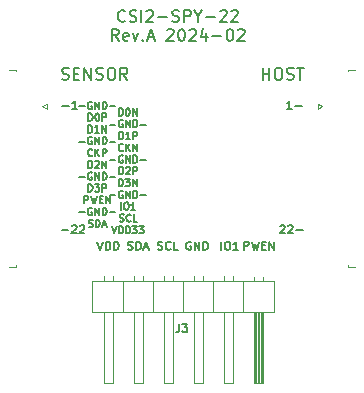
<source format=gbr>
%TF.GenerationSoftware,KiCad,Pcbnew,7.0.10*%
%TF.CreationDate,2024-02-18T19:35:46+01:00*%
%TF.ProjectId,CSI2SPY22,43534932-5350-4593-9232-2e6b69636164,rev?*%
%TF.SameCoordinates,Original*%
%TF.FileFunction,Legend,Top*%
%TF.FilePolarity,Positive*%
%FSLAX46Y46*%
G04 Gerber Fmt 4.6, Leading zero omitted, Abs format (unit mm)*
G04 Created by KiCad (PCBNEW 7.0.10) date 2024-02-18 19:35:46*
%MOMM*%
%LPD*%
G01*
G04 APERTURE LIST*
%ADD10C,0.200000*%
%ADD11C,0.150000*%
%ADD12C,0.175000*%
%ADD13C,0.120000*%
G04 APERTURE END LIST*
D10*
X10148809Y-2501980D02*
X10101190Y-2549600D01*
X10101190Y-2549600D02*
X9958333Y-2597219D01*
X9958333Y-2597219D02*
X9863095Y-2597219D01*
X9863095Y-2597219D02*
X9720238Y-2549600D01*
X9720238Y-2549600D02*
X9625000Y-2454361D01*
X9625000Y-2454361D02*
X9577381Y-2359123D01*
X9577381Y-2359123D02*
X9529762Y-2168647D01*
X9529762Y-2168647D02*
X9529762Y-2025790D01*
X9529762Y-2025790D02*
X9577381Y-1835314D01*
X9577381Y-1835314D02*
X9625000Y-1740076D01*
X9625000Y-1740076D02*
X9720238Y-1644838D01*
X9720238Y-1644838D02*
X9863095Y-1597219D01*
X9863095Y-1597219D02*
X9958333Y-1597219D01*
X9958333Y-1597219D02*
X10101190Y-1644838D01*
X10101190Y-1644838D02*
X10148809Y-1692457D01*
X10529762Y-2549600D02*
X10672619Y-2597219D01*
X10672619Y-2597219D02*
X10910714Y-2597219D01*
X10910714Y-2597219D02*
X11005952Y-2549600D01*
X11005952Y-2549600D02*
X11053571Y-2501980D01*
X11053571Y-2501980D02*
X11101190Y-2406742D01*
X11101190Y-2406742D02*
X11101190Y-2311504D01*
X11101190Y-2311504D02*
X11053571Y-2216266D01*
X11053571Y-2216266D02*
X11005952Y-2168647D01*
X11005952Y-2168647D02*
X10910714Y-2121028D01*
X10910714Y-2121028D02*
X10720238Y-2073409D01*
X10720238Y-2073409D02*
X10625000Y-2025790D01*
X10625000Y-2025790D02*
X10577381Y-1978171D01*
X10577381Y-1978171D02*
X10529762Y-1882933D01*
X10529762Y-1882933D02*
X10529762Y-1787695D01*
X10529762Y-1787695D02*
X10577381Y-1692457D01*
X10577381Y-1692457D02*
X10625000Y-1644838D01*
X10625000Y-1644838D02*
X10720238Y-1597219D01*
X10720238Y-1597219D02*
X10958333Y-1597219D01*
X10958333Y-1597219D02*
X11101190Y-1644838D01*
X11529762Y-2597219D02*
X11529762Y-1597219D01*
X11958333Y-1692457D02*
X12005952Y-1644838D01*
X12005952Y-1644838D02*
X12101190Y-1597219D01*
X12101190Y-1597219D02*
X12339285Y-1597219D01*
X12339285Y-1597219D02*
X12434523Y-1644838D01*
X12434523Y-1644838D02*
X12482142Y-1692457D01*
X12482142Y-1692457D02*
X12529761Y-1787695D01*
X12529761Y-1787695D02*
X12529761Y-1882933D01*
X12529761Y-1882933D02*
X12482142Y-2025790D01*
X12482142Y-2025790D02*
X11910714Y-2597219D01*
X11910714Y-2597219D02*
X12529761Y-2597219D01*
X12958333Y-2216266D02*
X13720238Y-2216266D01*
X14148809Y-2549600D02*
X14291666Y-2597219D01*
X14291666Y-2597219D02*
X14529761Y-2597219D01*
X14529761Y-2597219D02*
X14624999Y-2549600D01*
X14624999Y-2549600D02*
X14672618Y-2501980D01*
X14672618Y-2501980D02*
X14720237Y-2406742D01*
X14720237Y-2406742D02*
X14720237Y-2311504D01*
X14720237Y-2311504D02*
X14672618Y-2216266D01*
X14672618Y-2216266D02*
X14624999Y-2168647D01*
X14624999Y-2168647D02*
X14529761Y-2121028D01*
X14529761Y-2121028D02*
X14339285Y-2073409D01*
X14339285Y-2073409D02*
X14244047Y-2025790D01*
X14244047Y-2025790D02*
X14196428Y-1978171D01*
X14196428Y-1978171D02*
X14148809Y-1882933D01*
X14148809Y-1882933D02*
X14148809Y-1787695D01*
X14148809Y-1787695D02*
X14196428Y-1692457D01*
X14196428Y-1692457D02*
X14244047Y-1644838D01*
X14244047Y-1644838D02*
X14339285Y-1597219D01*
X14339285Y-1597219D02*
X14577380Y-1597219D01*
X14577380Y-1597219D02*
X14720237Y-1644838D01*
X15148809Y-2597219D02*
X15148809Y-1597219D01*
X15148809Y-1597219D02*
X15529761Y-1597219D01*
X15529761Y-1597219D02*
X15624999Y-1644838D01*
X15624999Y-1644838D02*
X15672618Y-1692457D01*
X15672618Y-1692457D02*
X15720237Y-1787695D01*
X15720237Y-1787695D02*
X15720237Y-1930552D01*
X15720237Y-1930552D02*
X15672618Y-2025790D01*
X15672618Y-2025790D02*
X15624999Y-2073409D01*
X15624999Y-2073409D02*
X15529761Y-2121028D01*
X15529761Y-2121028D02*
X15148809Y-2121028D01*
X16339285Y-2121028D02*
X16339285Y-2597219D01*
X16005952Y-1597219D02*
X16339285Y-2121028D01*
X16339285Y-2121028D02*
X16672618Y-1597219D01*
X17005952Y-2216266D02*
X17767857Y-2216266D01*
X18196428Y-1692457D02*
X18244047Y-1644838D01*
X18244047Y-1644838D02*
X18339285Y-1597219D01*
X18339285Y-1597219D02*
X18577380Y-1597219D01*
X18577380Y-1597219D02*
X18672618Y-1644838D01*
X18672618Y-1644838D02*
X18720237Y-1692457D01*
X18720237Y-1692457D02*
X18767856Y-1787695D01*
X18767856Y-1787695D02*
X18767856Y-1882933D01*
X18767856Y-1882933D02*
X18720237Y-2025790D01*
X18720237Y-2025790D02*
X18148809Y-2597219D01*
X18148809Y-2597219D02*
X18767856Y-2597219D01*
X19148809Y-1692457D02*
X19196428Y-1644838D01*
X19196428Y-1644838D02*
X19291666Y-1597219D01*
X19291666Y-1597219D02*
X19529761Y-1597219D01*
X19529761Y-1597219D02*
X19624999Y-1644838D01*
X19624999Y-1644838D02*
X19672618Y-1692457D01*
X19672618Y-1692457D02*
X19720237Y-1787695D01*
X19720237Y-1787695D02*
X19720237Y-1882933D01*
X19720237Y-1882933D02*
X19672618Y-2025790D01*
X19672618Y-2025790D02*
X19101190Y-2597219D01*
X19101190Y-2597219D02*
X19720237Y-2597219D01*
X9601190Y-4207219D02*
X9267857Y-3731028D01*
X9029762Y-4207219D02*
X9029762Y-3207219D01*
X9029762Y-3207219D02*
X9410714Y-3207219D01*
X9410714Y-3207219D02*
X9505952Y-3254838D01*
X9505952Y-3254838D02*
X9553571Y-3302457D01*
X9553571Y-3302457D02*
X9601190Y-3397695D01*
X9601190Y-3397695D02*
X9601190Y-3540552D01*
X9601190Y-3540552D02*
X9553571Y-3635790D01*
X9553571Y-3635790D02*
X9505952Y-3683409D01*
X9505952Y-3683409D02*
X9410714Y-3731028D01*
X9410714Y-3731028D02*
X9029762Y-3731028D01*
X10410714Y-4159600D02*
X10315476Y-4207219D01*
X10315476Y-4207219D02*
X10125000Y-4207219D01*
X10125000Y-4207219D02*
X10029762Y-4159600D01*
X10029762Y-4159600D02*
X9982143Y-4064361D01*
X9982143Y-4064361D02*
X9982143Y-3683409D01*
X9982143Y-3683409D02*
X10029762Y-3588171D01*
X10029762Y-3588171D02*
X10125000Y-3540552D01*
X10125000Y-3540552D02*
X10315476Y-3540552D01*
X10315476Y-3540552D02*
X10410714Y-3588171D01*
X10410714Y-3588171D02*
X10458333Y-3683409D01*
X10458333Y-3683409D02*
X10458333Y-3778647D01*
X10458333Y-3778647D02*
X9982143Y-3873885D01*
X10791667Y-3540552D02*
X11029762Y-4207219D01*
X11029762Y-4207219D02*
X11267857Y-3540552D01*
X11648810Y-4111980D02*
X11696429Y-4159600D01*
X11696429Y-4159600D02*
X11648810Y-4207219D01*
X11648810Y-4207219D02*
X11601191Y-4159600D01*
X11601191Y-4159600D02*
X11648810Y-4111980D01*
X11648810Y-4111980D02*
X11648810Y-4207219D01*
X12077381Y-3921504D02*
X12553571Y-3921504D01*
X11982143Y-4207219D02*
X12315476Y-3207219D01*
X12315476Y-3207219D02*
X12648809Y-4207219D01*
X13696429Y-3302457D02*
X13744048Y-3254838D01*
X13744048Y-3254838D02*
X13839286Y-3207219D01*
X13839286Y-3207219D02*
X14077381Y-3207219D01*
X14077381Y-3207219D02*
X14172619Y-3254838D01*
X14172619Y-3254838D02*
X14220238Y-3302457D01*
X14220238Y-3302457D02*
X14267857Y-3397695D01*
X14267857Y-3397695D02*
X14267857Y-3492933D01*
X14267857Y-3492933D02*
X14220238Y-3635790D01*
X14220238Y-3635790D02*
X13648810Y-4207219D01*
X13648810Y-4207219D02*
X14267857Y-4207219D01*
X14886905Y-3207219D02*
X14982143Y-3207219D01*
X14982143Y-3207219D02*
X15077381Y-3254838D01*
X15077381Y-3254838D02*
X15125000Y-3302457D01*
X15125000Y-3302457D02*
X15172619Y-3397695D01*
X15172619Y-3397695D02*
X15220238Y-3588171D01*
X15220238Y-3588171D02*
X15220238Y-3826266D01*
X15220238Y-3826266D02*
X15172619Y-4016742D01*
X15172619Y-4016742D02*
X15125000Y-4111980D01*
X15125000Y-4111980D02*
X15077381Y-4159600D01*
X15077381Y-4159600D02*
X14982143Y-4207219D01*
X14982143Y-4207219D02*
X14886905Y-4207219D01*
X14886905Y-4207219D02*
X14791667Y-4159600D01*
X14791667Y-4159600D02*
X14744048Y-4111980D01*
X14744048Y-4111980D02*
X14696429Y-4016742D01*
X14696429Y-4016742D02*
X14648810Y-3826266D01*
X14648810Y-3826266D02*
X14648810Y-3588171D01*
X14648810Y-3588171D02*
X14696429Y-3397695D01*
X14696429Y-3397695D02*
X14744048Y-3302457D01*
X14744048Y-3302457D02*
X14791667Y-3254838D01*
X14791667Y-3254838D02*
X14886905Y-3207219D01*
X15601191Y-3302457D02*
X15648810Y-3254838D01*
X15648810Y-3254838D02*
X15744048Y-3207219D01*
X15744048Y-3207219D02*
X15982143Y-3207219D01*
X15982143Y-3207219D02*
X16077381Y-3254838D01*
X16077381Y-3254838D02*
X16125000Y-3302457D01*
X16125000Y-3302457D02*
X16172619Y-3397695D01*
X16172619Y-3397695D02*
X16172619Y-3492933D01*
X16172619Y-3492933D02*
X16125000Y-3635790D01*
X16125000Y-3635790D02*
X15553572Y-4207219D01*
X15553572Y-4207219D02*
X16172619Y-4207219D01*
X17029762Y-3540552D02*
X17029762Y-4207219D01*
X16791667Y-3159600D02*
X16553572Y-3873885D01*
X16553572Y-3873885D02*
X17172619Y-3873885D01*
X17553572Y-3826266D02*
X18315477Y-3826266D01*
X18982143Y-3207219D02*
X19077381Y-3207219D01*
X19077381Y-3207219D02*
X19172619Y-3254838D01*
X19172619Y-3254838D02*
X19220238Y-3302457D01*
X19220238Y-3302457D02*
X19267857Y-3397695D01*
X19267857Y-3397695D02*
X19315476Y-3588171D01*
X19315476Y-3588171D02*
X19315476Y-3826266D01*
X19315476Y-3826266D02*
X19267857Y-4016742D01*
X19267857Y-4016742D02*
X19220238Y-4111980D01*
X19220238Y-4111980D02*
X19172619Y-4159600D01*
X19172619Y-4159600D02*
X19077381Y-4207219D01*
X19077381Y-4207219D02*
X18982143Y-4207219D01*
X18982143Y-4207219D02*
X18886905Y-4159600D01*
X18886905Y-4159600D02*
X18839286Y-4111980D01*
X18839286Y-4111980D02*
X18791667Y-4016742D01*
X18791667Y-4016742D02*
X18744048Y-3826266D01*
X18744048Y-3826266D02*
X18744048Y-3588171D01*
X18744048Y-3588171D02*
X18791667Y-3397695D01*
X18791667Y-3397695D02*
X18839286Y-3302457D01*
X18839286Y-3302457D02*
X18886905Y-3254838D01*
X18886905Y-3254838D02*
X18982143Y-3207219D01*
X19696429Y-3302457D02*
X19744048Y-3254838D01*
X19744048Y-3254838D02*
X19839286Y-3207219D01*
X19839286Y-3207219D02*
X20077381Y-3207219D01*
X20077381Y-3207219D02*
X20172619Y-3254838D01*
X20172619Y-3254838D02*
X20220238Y-3302457D01*
X20220238Y-3302457D02*
X20267857Y-3397695D01*
X20267857Y-3397695D02*
X20267857Y-3492933D01*
X20267857Y-3492933D02*
X20220238Y-3635790D01*
X20220238Y-3635790D02*
X19648810Y-4207219D01*
X19648810Y-4207219D02*
X20267857Y-4207219D01*
D11*
X4849999Y-9739866D02*
X5383333Y-9739866D01*
X6083333Y-10006533D02*
X5683333Y-10006533D01*
X5883333Y-10006533D02*
X5883333Y-9306533D01*
X5883333Y-9306533D02*
X5816666Y-9406533D01*
X5816666Y-9406533D02*
X5750000Y-9473200D01*
X5750000Y-9473200D02*
X5683333Y-9506533D01*
X24266666Y-10016033D02*
X23866666Y-10016033D01*
X24066666Y-10016033D02*
X24066666Y-9316033D01*
X24066666Y-9316033D02*
X23999999Y-9416033D01*
X23999999Y-9416033D02*
X23933333Y-9482700D01*
X23933333Y-9482700D02*
X23866666Y-9516033D01*
X24566666Y-9749366D02*
X25100000Y-9749366D01*
D12*
X15716667Y-21238566D02*
X15650000Y-21205233D01*
X15650000Y-21205233D02*
X15550000Y-21205233D01*
X15550000Y-21205233D02*
X15450000Y-21238566D01*
X15450000Y-21238566D02*
X15383334Y-21305233D01*
X15383334Y-21305233D02*
X15350000Y-21371900D01*
X15350000Y-21371900D02*
X15316667Y-21505233D01*
X15316667Y-21505233D02*
X15316667Y-21605233D01*
X15316667Y-21605233D02*
X15350000Y-21738566D01*
X15350000Y-21738566D02*
X15383334Y-21805233D01*
X15383334Y-21805233D02*
X15450000Y-21871900D01*
X15450000Y-21871900D02*
X15550000Y-21905233D01*
X15550000Y-21905233D02*
X15616667Y-21905233D01*
X15616667Y-21905233D02*
X15716667Y-21871900D01*
X15716667Y-21871900D02*
X15750000Y-21838566D01*
X15750000Y-21838566D02*
X15750000Y-21605233D01*
X15750000Y-21605233D02*
X15616667Y-21605233D01*
X16050000Y-21905233D02*
X16050000Y-21205233D01*
X16050000Y-21205233D02*
X16450000Y-21905233D01*
X16450000Y-21905233D02*
X16450000Y-21205233D01*
X16783333Y-21905233D02*
X16783333Y-21205233D01*
X16783333Y-21205233D02*
X16950000Y-21205233D01*
X16950000Y-21205233D02*
X17050000Y-21238566D01*
X17050000Y-21238566D02*
X17116667Y-21305233D01*
X17116667Y-21305233D02*
X17150000Y-21371900D01*
X17150000Y-21371900D02*
X17183333Y-21505233D01*
X17183333Y-21505233D02*
X17183333Y-21605233D01*
X17183333Y-21605233D02*
X17150000Y-21738566D01*
X17150000Y-21738566D02*
X17116667Y-21805233D01*
X17116667Y-21805233D02*
X17050000Y-21871900D01*
X17050000Y-21871900D02*
X16950000Y-21905233D01*
X16950000Y-21905233D02*
X16783333Y-21905233D01*
D11*
X23283333Y-19882700D02*
X23316666Y-19849366D01*
X23316666Y-19849366D02*
X23383333Y-19816033D01*
X23383333Y-19816033D02*
X23550000Y-19816033D01*
X23550000Y-19816033D02*
X23616666Y-19849366D01*
X23616666Y-19849366D02*
X23650000Y-19882700D01*
X23650000Y-19882700D02*
X23683333Y-19949366D01*
X23683333Y-19949366D02*
X23683333Y-20016033D01*
X23683333Y-20016033D02*
X23650000Y-20116033D01*
X23650000Y-20116033D02*
X23250000Y-20516033D01*
X23250000Y-20516033D02*
X23683333Y-20516033D01*
X23950000Y-19882700D02*
X23983333Y-19849366D01*
X23983333Y-19849366D02*
X24050000Y-19816033D01*
X24050000Y-19816033D02*
X24216667Y-19816033D01*
X24216667Y-19816033D02*
X24283333Y-19849366D01*
X24283333Y-19849366D02*
X24316667Y-19882700D01*
X24316667Y-19882700D02*
X24350000Y-19949366D01*
X24350000Y-19949366D02*
X24350000Y-20016033D01*
X24350000Y-20016033D02*
X24316667Y-20116033D01*
X24316667Y-20116033D02*
X23916667Y-20516033D01*
X23916667Y-20516033D02*
X24350000Y-20516033D01*
X24650000Y-20249366D02*
X25183334Y-20249366D01*
D12*
X18300000Y-21905233D02*
X18300000Y-21205233D01*
X18766667Y-21205233D02*
X18900000Y-21205233D01*
X18900000Y-21205233D02*
X18966667Y-21238566D01*
X18966667Y-21238566D02*
X19033333Y-21305233D01*
X19033333Y-21305233D02*
X19066667Y-21438566D01*
X19066667Y-21438566D02*
X19066667Y-21671900D01*
X19066667Y-21671900D02*
X19033333Y-21805233D01*
X19033333Y-21805233D02*
X18966667Y-21871900D01*
X18966667Y-21871900D02*
X18900000Y-21905233D01*
X18900000Y-21905233D02*
X18766667Y-21905233D01*
X18766667Y-21905233D02*
X18700000Y-21871900D01*
X18700000Y-21871900D02*
X18633333Y-21805233D01*
X18633333Y-21805233D02*
X18600000Y-21671900D01*
X18600000Y-21671900D02*
X18600000Y-21438566D01*
X18600000Y-21438566D02*
X18633333Y-21305233D01*
X18633333Y-21305233D02*
X18700000Y-21238566D01*
X18700000Y-21238566D02*
X18766667Y-21205233D01*
X19733333Y-21905233D02*
X19333333Y-21905233D01*
X19533333Y-21905233D02*
X19533333Y-21205233D01*
X19533333Y-21205233D02*
X19466666Y-21305233D01*
X19466666Y-21305233D02*
X19400000Y-21371900D01*
X19400000Y-21371900D02*
X19333333Y-21405233D01*
X20233333Y-21905233D02*
X20233333Y-21205233D01*
X20233333Y-21205233D02*
X20500000Y-21205233D01*
X20500000Y-21205233D02*
X20566667Y-21238566D01*
X20566667Y-21238566D02*
X20600000Y-21271900D01*
X20600000Y-21271900D02*
X20633333Y-21338566D01*
X20633333Y-21338566D02*
X20633333Y-21438566D01*
X20633333Y-21438566D02*
X20600000Y-21505233D01*
X20600000Y-21505233D02*
X20566667Y-21538566D01*
X20566667Y-21538566D02*
X20500000Y-21571900D01*
X20500000Y-21571900D02*
X20233333Y-21571900D01*
X20866667Y-21205233D02*
X21033333Y-21905233D01*
X21033333Y-21905233D02*
X21166667Y-21405233D01*
X21166667Y-21405233D02*
X21300000Y-21905233D01*
X21300000Y-21905233D02*
X21466667Y-21205233D01*
X21733333Y-21538566D02*
X21966667Y-21538566D01*
X22066667Y-21905233D02*
X21733333Y-21905233D01*
X21733333Y-21905233D02*
X21733333Y-21205233D01*
X21733333Y-21205233D02*
X22066667Y-21205233D01*
X22366666Y-21905233D02*
X22366666Y-21205233D01*
X22366666Y-21205233D02*
X22766666Y-21905233D01*
X22766666Y-21905233D02*
X22766666Y-21205233D01*
X10400000Y-21871900D02*
X10500000Y-21905233D01*
X10500000Y-21905233D02*
X10666667Y-21905233D01*
X10666667Y-21905233D02*
X10733333Y-21871900D01*
X10733333Y-21871900D02*
X10766667Y-21838566D01*
X10766667Y-21838566D02*
X10800000Y-21771900D01*
X10800000Y-21771900D02*
X10800000Y-21705233D01*
X10800000Y-21705233D02*
X10766667Y-21638566D01*
X10766667Y-21638566D02*
X10733333Y-21605233D01*
X10733333Y-21605233D02*
X10666667Y-21571900D01*
X10666667Y-21571900D02*
X10533333Y-21538566D01*
X10533333Y-21538566D02*
X10466667Y-21505233D01*
X10466667Y-21505233D02*
X10433333Y-21471900D01*
X10433333Y-21471900D02*
X10400000Y-21405233D01*
X10400000Y-21405233D02*
X10400000Y-21338566D01*
X10400000Y-21338566D02*
X10433333Y-21271900D01*
X10433333Y-21271900D02*
X10466667Y-21238566D01*
X10466667Y-21238566D02*
X10533333Y-21205233D01*
X10533333Y-21205233D02*
X10700000Y-21205233D01*
X10700000Y-21205233D02*
X10800000Y-21238566D01*
X11100000Y-21905233D02*
X11100000Y-21205233D01*
X11100000Y-21205233D02*
X11266667Y-21205233D01*
X11266667Y-21205233D02*
X11366667Y-21238566D01*
X11366667Y-21238566D02*
X11433334Y-21305233D01*
X11433334Y-21305233D02*
X11466667Y-21371900D01*
X11466667Y-21371900D02*
X11500000Y-21505233D01*
X11500000Y-21505233D02*
X11500000Y-21605233D01*
X11500000Y-21605233D02*
X11466667Y-21738566D01*
X11466667Y-21738566D02*
X11433334Y-21805233D01*
X11433334Y-21805233D02*
X11366667Y-21871900D01*
X11366667Y-21871900D02*
X11266667Y-21905233D01*
X11266667Y-21905233D02*
X11100000Y-21905233D01*
X11766667Y-21705233D02*
X12100000Y-21705233D01*
X11700000Y-21905233D02*
X11933334Y-21205233D01*
X11933334Y-21205233D02*
X12166667Y-21905233D01*
X12916666Y-21871900D02*
X13016666Y-21905233D01*
X13016666Y-21905233D02*
X13183333Y-21905233D01*
X13183333Y-21905233D02*
X13249999Y-21871900D01*
X13249999Y-21871900D02*
X13283333Y-21838566D01*
X13283333Y-21838566D02*
X13316666Y-21771900D01*
X13316666Y-21771900D02*
X13316666Y-21705233D01*
X13316666Y-21705233D02*
X13283333Y-21638566D01*
X13283333Y-21638566D02*
X13249999Y-21605233D01*
X13249999Y-21605233D02*
X13183333Y-21571900D01*
X13183333Y-21571900D02*
X13049999Y-21538566D01*
X13049999Y-21538566D02*
X12983333Y-21505233D01*
X12983333Y-21505233D02*
X12949999Y-21471900D01*
X12949999Y-21471900D02*
X12916666Y-21405233D01*
X12916666Y-21405233D02*
X12916666Y-21338566D01*
X12916666Y-21338566D02*
X12949999Y-21271900D01*
X12949999Y-21271900D02*
X12983333Y-21238566D01*
X12983333Y-21238566D02*
X13049999Y-21205233D01*
X13049999Y-21205233D02*
X13216666Y-21205233D01*
X13216666Y-21205233D02*
X13316666Y-21238566D01*
X14016666Y-21838566D02*
X13983333Y-21871900D01*
X13983333Y-21871900D02*
X13883333Y-21905233D01*
X13883333Y-21905233D02*
X13816666Y-21905233D01*
X13816666Y-21905233D02*
X13716666Y-21871900D01*
X13716666Y-21871900D02*
X13650000Y-21805233D01*
X13650000Y-21805233D02*
X13616666Y-21738566D01*
X13616666Y-21738566D02*
X13583333Y-21605233D01*
X13583333Y-21605233D02*
X13583333Y-21505233D01*
X13583333Y-21505233D02*
X13616666Y-21371900D01*
X13616666Y-21371900D02*
X13650000Y-21305233D01*
X13650000Y-21305233D02*
X13716666Y-21238566D01*
X13716666Y-21238566D02*
X13816666Y-21205233D01*
X13816666Y-21205233D02*
X13883333Y-21205233D01*
X13883333Y-21205233D02*
X13983333Y-21238566D01*
X13983333Y-21238566D02*
X14016666Y-21271900D01*
X14650000Y-21905233D02*
X14316666Y-21905233D01*
X14316666Y-21905233D02*
X14316666Y-21205233D01*
X7816666Y-21205233D02*
X8050000Y-21905233D01*
X8050000Y-21905233D02*
X8283333Y-21205233D01*
X8516666Y-21905233D02*
X8516666Y-21205233D01*
X8516666Y-21205233D02*
X8683333Y-21205233D01*
X8683333Y-21205233D02*
X8783333Y-21238566D01*
X8783333Y-21238566D02*
X8850000Y-21305233D01*
X8850000Y-21305233D02*
X8883333Y-21371900D01*
X8883333Y-21371900D02*
X8916666Y-21505233D01*
X8916666Y-21505233D02*
X8916666Y-21605233D01*
X8916666Y-21605233D02*
X8883333Y-21738566D01*
X8883333Y-21738566D02*
X8850000Y-21805233D01*
X8850000Y-21805233D02*
X8783333Y-21871900D01*
X8783333Y-21871900D02*
X8683333Y-21905233D01*
X8683333Y-21905233D02*
X8516666Y-21905233D01*
X9216666Y-21905233D02*
X9216666Y-21205233D01*
X9216666Y-21205233D02*
X9383333Y-21205233D01*
X9383333Y-21205233D02*
X9483333Y-21238566D01*
X9483333Y-21238566D02*
X9550000Y-21305233D01*
X9550000Y-21305233D02*
X9583333Y-21371900D01*
X9583333Y-21371900D02*
X9616666Y-21505233D01*
X9616666Y-21505233D02*
X9616666Y-21605233D01*
X9616666Y-21605233D02*
X9583333Y-21738566D01*
X9583333Y-21738566D02*
X9550000Y-21805233D01*
X9550000Y-21805233D02*
X9483333Y-21871900D01*
X9483333Y-21871900D02*
X9383333Y-21905233D01*
X9383333Y-21905233D02*
X9216666Y-21905233D01*
D11*
X4816666Y-20249366D02*
X5350000Y-20249366D01*
X5650000Y-19882700D02*
X5683333Y-19849366D01*
X5683333Y-19849366D02*
X5750000Y-19816033D01*
X5750000Y-19816033D02*
X5916667Y-19816033D01*
X5916667Y-19816033D02*
X5983333Y-19849366D01*
X5983333Y-19849366D02*
X6016667Y-19882700D01*
X6016667Y-19882700D02*
X6050000Y-19949366D01*
X6050000Y-19949366D02*
X6050000Y-20016033D01*
X6050000Y-20016033D02*
X6016667Y-20116033D01*
X6016667Y-20116033D02*
X5616667Y-20516033D01*
X5616667Y-20516033D02*
X6050000Y-20516033D01*
X6316667Y-19882700D02*
X6350000Y-19849366D01*
X6350000Y-19849366D02*
X6416667Y-19816033D01*
X6416667Y-19816033D02*
X6583334Y-19816033D01*
X6583334Y-19816033D02*
X6650000Y-19849366D01*
X6650000Y-19849366D02*
X6683334Y-19882700D01*
X6683334Y-19882700D02*
X6716667Y-19949366D01*
X6716667Y-19949366D02*
X6716667Y-20016033D01*
X6716667Y-20016033D02*
X6683334Y-20116033D01*
X6683334Y-20116033D02*
X6283334Y-20516033D01*
X6283334Y-20516033D02*
X6716667Y-20516033D01*
X9642857Y-10534323D02*
X9642857Y-9914323D01*
X9642857Y-9914323D02*
X9785714Y-9914323D01*
X9785714Y-9914323D02*
X9871428Y-9943847D01*
X9871428Y-9943847D02*
X9928571Y-10002895D01*
X9928571Y-10002895D02*
X9957142Y-10061942D01*
X9957142Y-10061942D02*
X9985714Y-10180038D01*
X9985714Y-10180038D02*
X9985714Y-10268609D01*
X9985714Y-10268609D02*
X9957142Y-10386704D01*
X9957142Y-10386704D02*
X9928571Y-10445752D01*
X9928571Y-10445752D02*
X9871428Y-10504800D01*
X9871428Y-10504800D02*
X9785714Y-10534323D01*
X9785714Y-10534323D02*
X9642857Y-10534323D01*
X10357142Y-9914323D02*
X10414285Y-9914323D01*
X10414285Y-9914323D02*
X10471428Y-9943847D01*
X10471428Y-9943847D02*
X10500000Y-9973371D01*
X10500000Y-9973371D02*
X10528571Y-10032419D01*
X10528571Y-10032419D02*
X10557142Y-10150514D01*
X10557142Y-10150514D02*
X10557142Y-10298133D01*
X10557142Y-10298133D02*
X10528571Y-10416228D01*
X10528571Y-10416228D02*
X10500000Y-10475276D01*
X10500000Y-10475276D02*
X10471428Y-10504800D01*
X10471428Y-10504800D02*
X10414285Y-10534323D01*
X10414285Y-10534323D02*
X10357142Y-10534323D01*
X10357142Y-10534323D02*
X10300000Y-10504800D01*
X10300000Y-10504800D02*
X10271428Y-10475276D01*
X10271428Y-10475276D02*
X10242857Y-10416228D01*
X10242857Y-10416228D02*
X10214285Y-10298133D01*
X10214285Y-10298133D02*
X10214285Y-10150514D01*
X10214285Y-10150514D02*
X10242857Y-10032419D01*
X10242857Y-10032419D02*
X10271428Y-9973371D01*
X10271428Y-9973371D02*
X10300000Y-9943847D01*
X10300000Y-9943847D02*
X10357142Y-9914323D01*
X10814286Y-10534323D02*
X10814286Y-9914323D01*
X10814286Y-9914323D02*
X11157143Y-10534323D01*
X11157143Y-10534323D02*
X11157143Y-9914323D01*
X8885715Y-11296333D02*
X9342858Y-11296333D01*
X9942857Y-10942047D02*
X9885715Y-10912523D01*
X9885715Y-10912523D02*
X9800000Y-10912523D01*
X9800000Y-10912523D02*
X9714286Y-10942047D01*
X9714286Y-10942047D02*
X9657143Y-11001095D01*
X9657143Y-11001095D02*
X9628572Y-11060142D01*
X9628572Y-11060142D02*
X9600000Y-11178238D01*
X9600000Y-11178238D02*
X9600000Y-11266809D01*
X9600000Y-11266809D02*
X9628572Y-11384904D01*
X9628572Y-11384904D02*
X9657143Y-11443952D01*
X9657143Y-11443952D02*
X9714286Y-11503000D01*
X9714286Y-11503000D02*
X9800000Y-11532523D01*
X9800000Y-11532523D02*
X9857143Y-11532523D01*
X9857143Y-11532523D02*
X9942857Y-11503000D01*
X9942857Y-11503000D02*
X9971429Y-11473476D01*
X9971429Y-11473476D02*
X9971429Y-11266809D01*
X9971429Y-11266809D02*
X9857143Y-11266809D01*
X10228572Y-11532523D02*
X10228572Y-10912523D01*
X10228572Y-10912523D02*
X10571429Y-11532523D01*
X10571429Y-11532523D02*
X10571429Y-10912523D01*
X10857143Y-11532523D02*
X10857143Y-10912523D01*
X10857143Y-10912523D02*
X11000000Y-10912523D01*
X11000000Y-10912523D02*
X11085714Y-10942047D01*
X11085714Y-10942047D02*
X11142857Y-11001095D01*
X11142857Y-11001095D02*
X11171428Y-11060142D01*
X11171428Y-11060142D02*
X11200000Y-11178238D01*
X11200000Y-11178238D02*
X11200000Y-11266809D01*
X11200000Y-11266809D02*
X11171428Y-11384904D01*
X11171428Y-11384904D02*
X11142857Y-11443952D01*
X11142857Y-11443952D02*
X11085714Y-11503000D01*
X11085714Y-11503000D02*
X11000000Y-11532523D01*
X11000000Y-11532523D02*
X10857143Y-11532523D01*
X11457143Y-11296333D02*
X11914286Y-11296333D01*
X9657143Y-12530723D02*
X9657143Y-11910723D01*
X9657143Y-11910723D02*
X9800000Y-11910723D01*
X9800000Y-11910723D02*
X9885714Y-11940247D01*
X9885714Y-11940247D02*
X9942857Y-11999295D01*
X9942857Y-11999295D02*
X9971428Y-12058342D01*
X9971428Y-12058342D02*
X10000000Y-12176438D01*
X10000000Y-12176438D02*
X10000000Y-12265009D01*
X10000000Y-12265009D02*
X9971428Y-12383104D01*
X9971428Y-12383104D02*
X9942857Y-12442152D01*
X9942857Y-12442152D02*
X9885714Y-12501200D01*
X9885714Y-12501200D02*
X9800000Y-12530723D01*
X9800000Y-12530723D02*
X9657143Y-12530723D01*
X10571428Y-12530723D02*
X10228571Y-12530723D01*
X10400000Y-12530723D02*
X10400000Y-11910723D01*
X10400000Y-11910723D02*
X10342857Y-11999295D01*
X10342857Y-11999295D02*
X10285714Y-12058342D01*
X10285714Y-12058342D02*
X10228571Y-12087866D01*
X10828572Y-12530723D02*
X10828572Y-11910723D01*
X10828572Y-11910723D02*
X11057143Y-11910723D01*
X11057143Y-11910723D02*
X11114286Y-11940247D01*
X11114286Y-11940247D02*
X11142857Y-11969771D01*
X11142857Y-11969771D02*
X11171429Y-12028819D01*
X11171429Y-12028819D02*
X11171429Y-12117390D01*
X11171429Y-12117390D02*
X11142857Y-12176438D01*
X11142857Y-12176438D02*
X11114286Y-12205961D01*
X11114286Y-12205961D02*
X11057143Y-12235485D01*
X11057143Y-12235485D02*
X10828572Y-12235485D01*
X9971429Y-13469876D02*
X9942857Y-13499400D01*
X9942857Y-13499400D02*
X9857143Y-13528923D01*
X9857143Y-13528923D02*
X9800000Y-13528923D01*
X9800000Y-13528923D02*
X9714286Y-13499400D01*
X9714286Y-13499400D02*
X9657143Y-13440352D01*
X9657143Y-13440352D02*
X9628572Y-13381304D01*
X9628572Y-13381304D02*
X9600000Y-13263209D01*
X9600000Y-13263209D02*
X9600000Y-13174638D01*
X9600000Y-13174638D02*
X9628572Y-13056542D01*
X9628572Y-13056542D02*
X9657143Y-12997495D01*
X9657143Y-12997495D02*
X9714286Y-12938447D01*
X9714286Y-12938447D02*
X9800000Y-12908923D01*
X9800000Y-12908923D02*
X9857143Y-12908923D01*
X9857143Y-12908923D02*
X9942857Y-12938447D01*
X9942857Y-12938447D02*
X9971429Y-12967971D01*
X10228572Y-13528923D02*
X10228572Y-12908923D01*
X10571429Y-13528923D02*
X10314286Y-13174638D01*
X10571429Y-12908923D02*
X10228572Y-13263209D01*
X10828572Y-13528923D02*
X10828572Y-12908923D01*
X10828572Y-12908923D02*
X11171429Y-13528923D01*
X11171429Y-13528923D02*
X11171429Y-12908923D01*
X8885715Y-14290933D02*
X9342858Y-14290933D01*
X9942857Y-13936647D02*
X9885715Y-13907123D01*
X9885715Y-13907123D02*
X9800000Y-13907123D01*
X9800000Y-13907123D02*
X9714286Y-13936647D01*
X9714286Y-13936647D02*
X9657143Y-13995695D01*
X9657143Y-13995695D02*
X9628572Y-14054742D01*
X9628572Y-14054742D02*
X9600000Y-14172838D01*
X9600000Y-14172838D02*
X9600000Y-14261409D01*
X9600000Y-14261409D02*
X9628572Y-14379504D01*
X9628572Y-14379504D02*
X9657143Y-14438552D01*
X9657143Y-14438552D02*
X9714286Y-14497600D01*
X9714286Y-14497600D02*
X9800000Y-14527123D01*
X9800000Y-14527123D02*
X9857143Y-14527123D01*
X9857143Y-14527123D02*
X9942857Y-14497600D01*
X9942857Y-14497600D02*
X9971429Y-14468076D01*
X9971429Y-14468076D02*
X9971429Y-14261409D01*
X9971429Y-14261409D02*
X9857143Y-14261409D01*
X10228572Y-14527123D02*
X10228572Y-13907123D01*
X10228572Y-13907123D02*
X10571429Y-14527123D01*
X10571429Y-14527123D02*
X10571429Y-13907123D01*
X10857143Y-14527123D02*
X10857143Y-13907123D01*
X10857143Y-13907123D02*
X11000000Y-13907123D01*
X11000000Y-13907123D02*
X11085714Y-13936647D01*
X11085714Y-13936647D02*
X11142857Y-13995695D01*
X11142857Y-13995695D02*
X11171428Y-14054742D01*
X11171428Y-14054742D02*
X11200000Y-14172838D01*
X11200000Y-14172838D02*
X11200000Y-14261409D01*
X11200000Y-14261409D02*
X11171428Y-14379504D01*
X11171428Y-14379504D02*
X11142857Y-14438552D01*
X11142857Y-14438552D02*
X11085714Y-14497600D01*
X11085714Y-14497600D02*
X11000000Y-14527123D01*
X11000000Y-14527123D02*
X10857143Y-14527123D01*
X11457143Y-14290933D02*
X11914286Y-14290933D01*
X9657143Y-15525323D02*
X9657143Y-14905323D01*
X9657143Y-14905323D02*
X9800000Y-14905323D01*
X9800000Y-14905323D02*
X9885714Y-14934847D01*
X9885714Y-14934847D02*
X9942857Y-14993895D01*
X9942857Y-14993895D02*
X9971428Y-15052942D01*
X9971428Y-15052942D02*
X10000000Y-15171038D01*
X10000000Y-15171038D02*
X10000000Y-15259609D01*
X10000000Y-15259609D02*
X9971428Y-15377704D01*
X9971428Y-15377704D02*
X9942857Y-15436752D01*
X9942857Y-15436752D02*
X9885714Y-15495800D01*
X9885714Y-15495800D02*
X9800000Y-15525323D01*
X9800000Y-15525323D02*
X9657143Y-15525323D01*
X10228571Y-14964371D02*
X10257143Y-14934847D01*
X10257143Y-14934847D02*
X10314286Y-14905323D01*
X10314286Y-14905323D02*
X10457143Y-14905323D01*
X10457143Y-14905323D02*
X10514286Y-14934847D01*
X10514286Y-14934847D02*
X10542857Y-14964371D01*
X10542857Y-14964371D02*
X10571428Y-15023419D01*
X10571428Y-15023419D02*
X10571428Y-15082466D01*
X10571428Y-15082466D02*
X10542857Y-15171038D01*
X10542857Y-15171038D02*
X10200000Y-15525323D01*
X10200000Y-15525323D02*
X10571428Y-15525323D01*
X10828572Y-15525323D02*
X10828572Y-14905323D01*
X10828572Y-14905323D02*
X11057143Y-14905323D01*
X11057143Y-14905323D02*
X11114286Y-14934847D01*
X11114286Y-14934847D02*
X11142857Y-14964371D01*
X11142857Y-14964371D02*
X11171429Y-15023419D01*
X11171429Y-15023419D02*
X11171429Y-15111990D01*
X11171429Y-15111990D02*
X11142857Y-15171038D01*
X11142857Y-15171038D02*
X11114286Y-15200561D01*
X11114286Y-15200561D02*
X11057143Y-15230085D01*
X11057143Y-15230085D02*
X10828572Y-15230085D01*
X9642857Y-16523523D02*
X9642857Y-15903523D01*
X9642857Y-15903523D02*
X9785714Y-15903523D01*
X9785714Y-15903523D02*
X9871428Y-15933047D01*
X9871428Y-15933047D02*
X9928571Y-15992095D01*
X9928571Y-15992095D02*
X9957142Y-16051142D01*
X9957142Y-16051142D02*
X9985714Y-16169238D01*
X9985714Y-16169238D02*
X9985714Y-16257809D01*
X9985714Y-16257809D02*
X9957142Y-16375904D01*
X9957142Y-16375904D02*
X9928571Y-16434952D01*
X9928571Y-16434952D02*
X9871428Y-16494000D01*
X9871428Y-16494000D02*
X9785714Y-16523523D01*
X9785714Y-16523523D02*
X9642857Y-16523523D01*
X10185714Y-15903523D02*
X10557142Y-15903523D01*
X10557142Y-15903523D02*
X10357142Y-16139714D01*
X10357142Y-16139714D02*
X10442857Y-16139714D01*
X10442857Y-16139714D02*
X10500000Y-16169238D01*
X10500000Y-16169238D02*
X10528571Y-16198761D01*
X10528571Y-16198761D02*
X10557142Y-16257809D01*
X10557142Y-16257809D02*
X10557142Y-16405428D01*
X10557142Y-16405428D02*
X10528571Y-16464476D01*
X10528571Y-16464476D02*
X10500000Y-16494000D01*
X10500000Y-16494000D02*
X10442857Y-16523523D01*
X10442857Y-16523523D02*
X10271428Y-16523523D01*
X10271428Y-16523523D02*
X10214285Y-16494000D01*
X10214285Y-16494000D02*
X10185714Y-16464476D01*
X10814286Y-16523523D02*
X10814286Y-15903523D01*
X10814286Y-15903523D02*
X11157143Y-16523523D01*
X11157143Y-16523523D02*
X11157143Y-15903523D01*
X8885715Y-17285533D02*
X9342858Y-17285533D01*
X9942857Y-16931247D02*
X9885715Y-16901723D01*
X9885715Y-16901723D02*
X9800000Y-16901723D01*
X9800000Y-16901723D02*
X9714286Y-16931247D01*
X9714286Y-16931247D02*
X9657143Y-16990295D01*
X9657143Y-16990295D02*
X9628572Y-17049342D01*
X9628572Y-17049342D02*
X9600000Y-17167438D01*
X9600000Y-17167438D02*
X9600000Y-17256009D01*
X9600000Y-17256009D02*
X9628572Y-17374104D01*
X9628572Y-17374104D02*
X9657143Y-17433152D01*
X9657143Y-17433152D02*
X9714286Y-17492200D01*
X9714286Y-17492200D02*
X9800000Y-17521723D01*
X9800000Y-17521723D02*
X9857143Y-17521723D01*
X9857143Y-17521723D02*
X9942857Y-17492200D01*
X9942857Y-17492200D02*
X9971429Y-17462676D01*
X9971429Y-17462676D02*
X9971429Y-17256009D01*
X9971429Y-17256009D02*
X9857143Y-17256009D01*
X10228572Y-17521723D02*
X10228572Y-16901723D01*
X10228572Y-16901723D02*
X10571429Y-17521723D01*
X10571429Y-17521723D02*
X10571429Y-16901723D01*
X10857143Y-17521723D02*
X10857143Y-16901723D01*
X10857143Y-16901723D02*
X11000000Y-16901723D01*
X11000000Y-16901723D02*
X11085714Y-16931247D01*
X11085714Y-16931247D02*
X11142857Y-16990295D01*
X11142857Y-16990295D02*
X11171428Y-17049342D01*
X11171428Y-17049342D02*
X11200000Y-17167438D01*
X11200000Y-17167438D02*
X11200000Y-17256009D01*
X11200000Y-17256009D02*
X11171428Y-17374104D01*
X11171428Y-17374104D02*
X11142857Y-17433152D01*
X11142857Y-17433152D02*
X11085714Y-17492200D01*
X11085714Y-17492200D02*
X11000000Y-17521723D01*
X11000000Y-17521723D02*
X10857143Y-17521723D01*
X11457143Y-17285533D02*
X11914286Y-17285533D01*
X9800000Y-18519923D02*
X9800000Y-17899923D01*
X10199999Y-17899923D02*
X10314285Y-17899923D01*
X10314285Y-17899923D02*
X10371428Y-17929447D01*
X10371428Y-17929447D02*
X10428571Y-17988495D01*
X10428571Y-17988495D02*
X10457142Y-18106590D01*
X10457142Y-18106590D02*
X10457142Y-18313257D01*
X10457142Y-18313257D02*
X10428571Y-18431352D01*
X10428571Y-18431352D02*
X10371428Y-18490400D01*
X10371428Y-18490400D02*
X10314285Y-18519923D01*
X10314285Y-18519923D02*
X10199999Y-18519923D01*
X10199999Y-18519923D02*
X10142857Y-18490400D01*
X10142857Y-18490400D02*
X10085714Y-18431352D01*
X10085714Y-18431352D02*
X10057142Y-18313257D01*
X10057142Y-18313257D02*
X10057142Y-18106590D01*
X10057142Y-18106590D02*
X10085714Y-17988495D01*
X10085714Y-17988495D02*
X10142857Y-17929447D01*
X10142857Y-17929447D02*
X10199999Y-17899923D01*
X11028570Y-18519923D02*
X10685713Y-18519923D01*
X10857142Y-18519923D02*
X10857142Y-17899923D01*
X10857142Y-17899923D02*
X10799999Y-17988495D01*
X10799999Y-17988495D02*
X10742856Y-18047542D01*
X10742856Y-18047542D02*
X10685713Y-18077066D01*
X9685714Y-19488600D02*
X9771429Y-19518123D01*
X9771429Y-19518123D02*
X9914286Y-19518123D01*
X9914286Y-19518123D02*
X9971429Y-19488600D01*
X9971429Y-19488600D02*
X10000000Y-19459076D01*
X10000000Y-19459076D02*
X10028571Y-19400028D01*
X10028571Y-19400028D02*
X10028571Y-19340980D01*
X10028571Y-19340980D02*
X10000000Y-19281933D01*
X10000000Y-19281933D02*
X9971429Y-19252409D01*
X9971429Y-19252409D02*
X9914286Y-19222885D01*
X9914286Y-19222885D02*
X9800000Y-19193361D01*
X9800000Y-19193361D02*
X9742857Y-19163838D01*
X9742857Y-19163838D02*
X9714286Y-19134314D01*
X9714286Y-19134314D02*
X9685714Y-19075266D01*
X9685714Y-19075266D02*
X9685714Y-19016219D01*
X9685714Y-19016219D02*
X9714286Y-18957171D01*
X9714286Y-18957171D02*
X9742857Y-18927647D01*
X9742857Y-18927647D02*
X9800000Y-18898123D01*
X9800000Y-18898123D02*
X9942857Y-18898123D01*
X9942857Y-18898123D02*
X10028571Y-18927647D01*
X10628572Y-19459076D02*
X10600000Y-19488600D01*
X10600000Y-19488600D02*
X10514286Y-19518123D01*
X10514286Y-19518123D02*
X10457143Y-19518123D01*
X10457143Y-19518123D02*
X10371429Y-19488600D01*
X10371429Y-19488600D02*
X10314286Y-19429552D01*
X10314286Y-19429552D02*
X10285715Y-19370504D01*
X10285715Y-19370504D02*
X10257143Y-19252409D01*
X10257143Y-19252409D02*
X10257143Y-19163838D01*
X10257143Y-19163838D02*
X10285715Y-19045742D01*
X10285715Y-19045742D02*
X10314286Y-18986695D01*
X10314286Y-18986695D02*
X10371429Y-18927647D01*
X10371429Y-18927647D02*
X10457143Y-18898123D01*
X10457143Y-18898123D02*
X10514286Y-18898123D01*
X10514286Y-18898123D02*
X10600000Y-18927647D01*
X10600000Y-18927647D02*
X10628572Y-18957171D01*
X11171429Y-19518123D02*
X10885715Y-19518123D01*
X10885715Y-19518123D02*
X10885715Y-18898123D01*
X9028570Y-19896323D02*
X9228570Y-20516323D01*
X9228570Y-20516323D02*
X9428570Y-19896323D01*
X9628571Y-20516323D02*
X9628571Y-19896323D01*
X9628571Y-19896323D02*
X9771428Y-19896323D01*
X9771428Y-19896323D02*
X9857142Y-19925847D01*
X9857142Y-19925847D02*
X9914285Y-19984895D01*
X9914285Y-19984895D02*
X9942856Y-20043942D01*
X9942856Y-20043942D02*
X9971428Y-20162038D01*
X9971428Y-20162038D02*
X9971428Y-20250609D01*
X9971428Y-20250609D02*
X9942856Y-20368704D01*
X9942856Y-20368704D02*
X9914285Y-20427752D01*
X9914285Y-20427752D02*
X9857142Y-20486800D01*
X9857142Y-20486800D02*
X9771428Y-20516323D01*
X9771428Y-20516323D02*
X9628571Y-20516323D01*
X10228571Y-20516323D02*
X10228571Y-19896323D01*
X10228571Y-19896323D02*
X10371428Y-19896323D01*
X10371428Y-19896323D02*
X10457142Y-19925847D01*
X10457142Y-19925847D02*
X10514285Y-19984895D01*
X10514285Y-19984895D02*
X10542856Y-20043942D01*
X10542856Y-20043942D02*
X10571428Y-20162038D01*
X10571428Y-20162038D02*
X10571428Y-20250609D01*
X10571428Y-20250609D02*
X10542856Y-20368704D01*
X10542856Y-20368704D02*
X10514285Y-20427752D01*
X10514285Y-20427752D02*
X10457142Y-20486800D01*
X10457142Y-20486800D02*
X10371428Y-20516323D01*
X10371428Y-20516323D02*
X10228571Y-20516323D01*
X10771428Y-19896323D02*
X11142856Y-19896323D01*
X11142856Y-19896323D02*
X10942856Y-20132514D01*
X10942856Y-20132514D02*
X11028571Y-20132514D01*
X11028571Y-20132514D02*
X11085714Y-20162038D01*
X11085714Y-20162038D02*
X11114285Y-20191561D01*
X11114285Y-20191561D02*
X11142856Y-20250609D01*
X11142856Y-20250609D02*
X11142856Y-20398228D01*
X11142856Y-20398228D02*
X11114285Y-20457276D01*
X11114285Y-20457276D02*
X11085714Y-20486800D01*
X11085714Y-20486800D02*
X11028571Y-20516323D01*
X11028571Y-20516323D02*
X10857142Y-20516323D01*
X10857142Y-20516323D02*
X10799999Y-20486800D01*
X10799999Y-20486800D02*
X10771428Y-20457276D01*
X11342857Y-19896323D02*
X11714285Y-19896323D01*
X11714285Y-19896323D02*
X11514285Y-20132514D01*
X11514285Y-20132514D02*
X11600000Y-20132514D01*
X11600000Y-20132514D02*
X11657143Y-20162038D01*
X11657143Y-20162038D02*
X11685714Y-20191561D01*
X11685714Y-20191561D02*
X11714285Y-20250609D01*
X11714285Y-20250609D02*
X11714285Y-20398228D01*
X11714285Y-20398228D02*
X11685714Y-20457276D01*
X11685714Y-20457276D02*
X11657143Y-20486800D01*
X11657143Y-20486800D02*
X11600000Y-20516323D01*
X11600000Y-20516323D02*
X11428571Y-20516323D01*
X11428571Y-20516323D02*
X11371428Y-20486800D01*
X11371428Y-20486800D02*
X11342857Y-20457276D01*
X6285715Y-9748133D02*
X6742858Y-9748133D01*
X7342857Y-9393847D02*
X7285715Y-9364323D01*
X7285715Y-9364323D02*
X7200000Y-9364323D01*
X7200000Y-9364323D02*
X7114286Y-9393847D01*
X7114286Y-9393847D02*
X7057143Y-9452895D01*
X7057143Y-9452895D02*
X7028572Y-9511942D01*
X7028572Y-9511942D02*
X7000000Y-9630038D01*
X7000000Y-9630038D02*
X7000000Y-9718609D01*
X7000000Y-9718609D02*
X7028572Y-9836704D01*
X7028572Y-9836704D02*
X7057143Y-9895752D01*
X7057143Y-9895752D02*
X7114286Y-9954800D01*
X7114286Y-9954800D02*
X7200000Y-9984323D01*
X7200000Y-9984323D02*
X7257143Y-9984323D01*
X7257143Y-9984323D02*
X7342857Y-9954800D01*
X7342857Y-9954800D02*
X7371429Y-9925276D01*
X7371429Y-9925276D02*
X7371429Y-9718609D01*
X7371429Y-9718609D02*
X7257143Y-9718609D01*
X7628572Y-9984323D02*
X7628572Y-9364323D01*
X7628572Y-9364323D02*
X7971429Y-9984323D01*
X7971429Y-9984323D02*
X7971429Y-9364323D01*
X8257143Y-9984323D02*
X8257143Y-9364323D01*
X8257143Y-9364323D02*
X8400000Y-9364323D01*
X8400000Y-9364323D02*
X8485714Y-9393847D01*
X8485714Y-9393847D02*
X8542857Y-9452895D01*
X8542857Y-9452895D02*
X8571428Y-9511942D01*
X8571428Y-9511942D02*
X8600000Y-9630038D01*
X8600000Y-9630038D02*
X8600000Y-9718609D01*
X8600000Y-9718609D02*
X8571428Y-9836704D01*
X8571428Y-9836704D02*
X8542857Y-9895752D01*
X8542857Y-9895752D02*
X8485714Y-9954800D01*
X8485714Y-9954800D02*
X8400000Y-9984323D01*
X8400000Y-9984323D02*
X8257143Y-9984323D01*
X8857143Y-9748133D02*
X9314286Y-9748133D01*
X7057143Y-10982523D02*
X7057143Y-10362523D01*
X7057143Y-10362523D02*
X7200000Y-10362523D01*
X7200000Y-10362523D02*
X7285714Y-10392047D01*
X7285714Y-10392047D02*
X7342857Y-10451095D01*
X7342857Y-10451095D02*
X7371428Y-10510142D01*
X7371428Y-10510142D02*
X7400000Y-10628238D01*
X7400000Y-10628238D02*
X7400000Y-10716809D01*
X7400000Y-10716809D02*
X7371428Y-10834904D01*
X7371428Y-10834904D02*
X7342857Y-10893952D01*
X7342857Y-10893952D02*
X7285714Y-10953000D01*
X7285714Y-10953000D02*
X7200000Y-10982523D01*
X7200000Y-10982523D02*
X7057143Y-10982523D01*
X7771428Y-10362523D02*
X7828571Y-10362523D01*
X7828571Y-10362523D02*
X7885714Y-10392047D01*
X7885714Y-10392047D02*
X7914286Y-10421571D01*
X7914286Y-10421571D02*
X7942857Y-10480619D01*
X7942857Y-10480619D02*
X7971428Y-10598714D01*
X7971428Y-10598714D02*
X7971428Y-10746333D01*
X7971428Y-10746333D02*
X7942857Y-10864428D01*
X7942857Y-10864428D02*
X7914286Y-10923476D01*
X7914286Y-10923476D02*
X7885714Y-10953000D01*
X7885714Y-10953000D02*
X7828571Y-10982523D01*
X7828571Y-10982523D02*
X7771428Y-10982523D01*
X7771428Y-10982523D02*
X7714286Y-10953000D01*
X7714286Y-10953000D02*
X7685714Y-10923476D01*
X7685714Y-10923476D02*
X7657143Y-10864428D01*
X7657143Y-10864428D02*
X7628571Y-10746333D01*
X7628571Y-10746333D02*
X7628571Y-10598714D01*
X7628571Y-10598714D02*
X7657143Y-10480619D01*
X7657143Y-10480619D02*
X7685714Y-10421571D01*
X7685714Y-10421571D02*
X7714286Y-10392047D01*
X7714286Y-10392047D02*
X7771428Y-10362523D01*
X8228572Y-10982523D02*
X8228572Y-10362523D01*
X8228572Y-10362523D02*
X8457143Y-10362523D01*
X8457143Y-10362523D02*
X8514286Y-10392047D01*
X8514286Y-10392047D02*
X8542857Y-10421571D01*
X8542857Y-10421571D02*
X8571429Y-10480619D01*
X8571429Y-10480619D02*
X8571429Y-10569190D01*
X8571429Y-10569190D02*
X8542857Y-10628238D01*
X8542857Y-10628238D02*
X8514286Y-10657761D01*
X8514286Y-10657761D02*
X8457143Y-10687285D01*
X8457143Y-10687285D02*
X8228572Y-10687285D01*
X7042857Y-11980723D02*
X7042857Y-11360723D01*
X7042857Y-11360723D02*
X7185714Y-11360723D01*
X7185714Y-11360723D02*
X7271428Y-11390247D01*
X7271428Y-11390247D02*
X7328571Y-11449295D01*
X7328571Y-11449295D02*
X7357142Y-11508342D01*
X7357142Y-11508342D02*
X7385714Y-11626438D01*
X7385714Y-11626438D02*
X7385714Y-11715009D01*
X7385714Y-11715009D02*
X7357142Y-11833104D01*
X7357142Y-11833104D02*
X7328571Y-11892152D01*
X7328571Y-11892152D02*
X7271428Y-11951200D01*
X7271428Y-11951200D02*
X7185714Y-11980723D01*
X7185714Y-11980723D02*
X7042857Y-11980723D01*
X7957142Y-11980723D02*
X7614285Y-11980723D01*
X7785714Y-11980723D02*
X7785714Y-11360723D01*
X7785714Y-11360723D02*
X7728571Y-11449295D01*
X7728571Y-11449295D02*
X7671428Y-11508342D01*
X7671428Y-11508342D02*
X7614285Y-11537866D01*
X8214286Y-11980723D02*
X8214286Y-11360723D01*
X8214286Y-11360723D02*
X8557143Y-11980723D01*
X8557143Y-11980723D02*
X8557143Y-11360723D01*
X6285715Y-12742733D02*
X6742858Y-12742733D01*
X7342857Y-12388447D02*
X7285715Y-12358923D01*
X7285715Y-12358923D02*
X7200000Y-12358923D01*
X7200000Y-12358923D02*
X7114286Y-12388447D01*
X7114286Y-12388447D02*
X7057143Y-12447495D01*
X7057143Y-12447495D02*
X7028572Y-12506542D01*
X7028572Y-12506542D02*
X7000000Y-12624638D01*
X7000000Y-12624638D02*
X7000000Y-12713209D01*
X7000000Y-12713209D02*
X7028572Y-12831304D01*
X7028572Y-12831304D02*
X7057143Y-12890352D01*
X7057143Y-12890352D02*
X7114286Y-12949400D01*
X7114286Y-12949400D02*
X7200000Y-12978923D01*
X7200000Y-12978923D02*
X7257143Y-12978923D01*
X7257143Y-12978923D02*
X7342857Y-12949400D01*
X7342857Y-12949400D02*
X7371429Y-12919876D01*
X7371429Y-12919876D02*
X7371429Y-12713209D01*
X7371429Y-12713209D02*
X7257143Y-12713209D01*
X7628572Y-12978923D02*
X7628572Y-12358923D01*
X7628572Y-12358923D02*
X7971429Y-12978923D01*
X7971429Y-12978923D02*
X7971429Y-12358923D01*
X8257143Y-12978923D02*
X8257143Y-12358923D01*
X8257143Y-12358923D02*
X8400000Y-12358923D01*
X8400000Y-12358923D02*
X8485714Y-12388447D01*
X8485714Y-12388447D02*
X8542857Y-12447495D01*
X8542857Y-12447495D02*
X8571428Y-12506542D01*
X8571428Y-12506542D02*
X8600000Y-12624638D01*
X8600000Y-12624638D02*
X8600000Y-12713209D01*
X8600000Y-12713209D02*
X8571428Y-12831304D01*
X8571428Y-12831304D02*
X8542857Y-12890352D01*
X8542857Y-12890352D02*
X8485714Y-12949400D01*
X8485714Y-12949400D02*
X8400000Y-12978923D01*
X8400000Y-12978923D02*
X8257143Y-12978923D01*
X8857143Y-12742733D02*
X9314286Y-12742733D01*
X7385714Y-13918076D02*
X7357142Y-13947600D01*
X7357142Y-13947600D02*
X7271428Y-13977123D01*
X7271428Y-13977123D02*
X7214285Y-13977123D01*
X7214285Y-13977123D02*
X7128571Y-13947600D01*
X7128571Y-13947600D02*
X7071428Y-13888552D01*
X7071428Y-13888552D02*
X7042857Y-13829504D01*
X7042857Y-13829504D02*
X7014285Y-13711409D01*
X7014285Y-13711409D02*
X7014285Y-13622838D01*
X7014285Y-13622838D02*
X7042857Y-13504742D01*
X7042857Y-13504742D02*
X7071428Y-13445695D01*
X7071428Y-13445695D02*
X7128571Y-13386647D01*
X7128571Y-13386647D02*
X7214285Y-13357123D01*
X7214285Y-13357123D02*
X7271428Y-13357123D01*
X7271428Y-13357123D02*
X7357142Y-13386647D01*
X7357142Y-13386647D02*
X7385714Y-13416171D01*
X7642857Y-13977123D02*
X7642857Y-13357123D01*
X7985714Y-13977123D02*
X7728571Y-13622838D01*
X7985714Y-13357123D02*
X7642857Y-13711409D01*
X8242857Y-13977123D02*
X8242857Y-13357123D01*
X8242857Y-13357123D02*
X8471428Y-13357123D01*
X8471428Y-13357123D02*
X8528571Y-13386647D01*
X8528571Y-13386647D02*
X8557142Y-13416171D01*
X8557142Y-13416171D02*
X8585714Y-13475219D01*
X8585714Y-13475219D02*
X8585714Y-13563790D01*
X8585714Y-13563790D02*
X8557142Y-13622838D01*
X8557142Y-13622838D02*
X8528571Y-13652361D01*
X8528571Y-13652361D02*
X8471428Y-13681885D01*
X8471428Y-13681885D02*
X8242857Y-13681885D01*
X7042857Y-14975323D02*
X7042857Y-14355323D01*
X7042857Y-14355323D02*
X7185714Y-14355323D01*
X7185714Y-14355323D02*
X7271428Y-14384847D01*
X7271428Y-14384847D02*
X7328571Y-14443895D01*
X7328571Y-14443895D02*
X7357142Y-14502942D01*
X7357142Y-14502942D02*
X7385714Y-14621038D01*
X7385714Y-14621038D02*
X7385714Y-14709609D01*
X7385714Y-14709609D02*
X7357142Y-14827704D01*
X7357142Y-14827704D02*
X7328571Y-14886752D01*
X7328571Y-14886752D02*
X7271428Y-14945800D01*
X7271428Y-14945800D02*
X7185714Y-14975323D01*
X7185714Y-14975323D02*
X7042857Y-14975323D01*
X7614285Y-14414371D02*
X7642857Y-14384847D01*
X7642857Y-14384847D02*
X7700000Y-14355323D01*
X7700000Y-14355323D02*
X7842857Y-14355323D01*
X7842857Y-14355323D02*
X7900000Y-14384847D01*
X7900000Y-14384847D02*
X7928571Y-14414371D01*
X7928571Y-14414371D02*
X7957142Y-14473419D01*
X7957142Y-14473419D02*
X7957142Y-14532466D01*
X7957142Y-14532466D02*
X7928571Y-14621038D01*
X7928571Y-14621038D02*
X7585714Y-14975323D01*
X7585714Y-14975323D02*
X7957142Y-14975323D01*
X8214286Y-14975323D02*
X8214286Y-14355323D01*
X8214286Y-14355323D02*
X8557143Y-14975323D01*
X8557143Y-14975323D02*
X8557143Y-14355323D01*
X6285715Y-15737333D02*
X6742858Y-15737333D01*
X7342857Y-15383047D02*
X7285715Y-15353523D01*
X7285715Y-15353523D02*
X7200000Y-15353523D01*
X7200000Y-15353523D02*
X7114286Y-15383047D01*
X7114286Y-15383047D02*
X7057143Y-15442095D01*
X7057143Y-15442095D02*
X7028572Y-15501142D01*
X7028572Y-15501142D02*
X7000000Y-15619238D01*
X7000000Y-15619238D02*
X7000000Y-15707809D01*
X7000000Y-15707809D02*
X7028572Y-15825904D01*
X7028572Y-15825904D02*
X7057143Y-15884952D01*
X7057143Y-15884952D02*
X7114286Y-15944000D01*
X7114286Y-15944000D02*
X7200000Y-15973523D01*
X7200000Y-15973523D02*
X7257143Y-15973523D01*
X7257143Y-15973523D02*
X7342857Y-15944000D01*
X7342857Y-15944000D02*
X7371429Y-15914476D01*
X7371429Y-15914476D02*
X7371429Y-15707809D01*
X7371429Y-15707809D02*
X7257143Y-15707809D01*
X7628572Y-15973523D02*
X7628572Y-15353523D01*
X7628572Y-15353523D02*
X7971429Y-15973523D01*
X7971429Y-15973523D02*
X7971429Y-15353523D01*
X8257143Y-15973523D02*
X8257143Y-15353523D01*
X8257143Y-15353523D02*
X8400000Y-15353523D01*
X8400000Y-15353523D02*
X8485714Y-15383047D01*
X8485714Y-15383047D02*
X8542857Y-15442095D01*
X8542857Y-15442095D02*
X8571428Y-15501142D01*
X8571428Y-15501142D02*
X8600000Y-15619238D01*
X8600000Y-15619238D02*
X8600000Y-15707809D01*
X8600000Y-15707809D02*
X8571428Y-15825904D01*
X8571428Y-15825904D02*
X8542857Y-15884952D01*
X8542857Y-15884952D02*
X8485714Y-15944000D01*
X8485714Y-15944000D02*
X8400000Y-15973523D01*
X8400000Y-15973523D02*
X8257143Y-15973523D01*
X8857143Y-15737333D02*
X9314286Y-15737333D01*
X7057143Y-16971723D02*
X7057143Y-16351723D01*
X7057143Y-16351723D02*
X7200000Y-16351723D01*
X7200000Y-16351723D02*
X7285714Y-16381247D01*
X7285714Y-16381247D02*
X7342857Y-16440295D01*
X7342857Y-16440295D02*
X7371428Y-16499342D01*
X7371428Y-16499342D02*
X7400000Y-16617438D01*
X7400000Y-16617438D02*
X7400000Y-16706009D01*
X7400000Y-16706009D02*
X7371428Y-16824104D01*
X7371428Y-16824104D02*
X7342857Y-16883152D01*
X7342857Y-16883152D02*
X7285714Y-16942200D01*
X7285714Y-16942200D02*
X7200000Y-16971723D01*
X7200000Y-16971723D02*
X7057143Y-16971723D01*
X7600000Y-16351723D02*
X7971428Y-16351723D01*
X7971428Y-16351723D02*
X7771428Y-16587914D01*
X7771428Y-16587914D02*
X7857143Y-16587914D01*
X7857143Y-16587914D02*
X7914286Y-16617438D01*
X7914286Y-16617438D02*
X7942857Y-16646961D01*
X7942857Y-16646961D02*
X7971428Y-16706009D01*
X7971428Y-16706009D02*
X7971428Y-16853628D01*
X7971428Y-16853628D02*
X7942857Y-16912676D01*
X7942857Y-16912676D02*
X7914286Y-16942200D01*
X7914286Y-16942200D02*
X7857143Y-16971723D01*
X7857143Y-16971723D02*
X7685714Y-16971723D01*
X7685714Y-16971723D02*
X7628571Y-16942200D01*
X7628571Y-16942200D02*
X7600000Y-16912676D01*
X8228572Y-16971723D02*
X8228572Y-16351723D01*
X8228572Y-16351723D02*
X8457143Y-16351723D01*
X8457143Y-16351723D02*
X8514286Y-16381247D01*
X8514286Y-16381247D02*
X8542857Y-16410771D01*
X8542857Y-16410771D02*
X8571429Y-16469819D01*
X8571429Y-16469819D02*
X8571429Y-16558390D01*
X8571429Y-16558390D02*
X8542857Y-16617438D01*
X8542857Y-16617438D02*
X8514286Y-16646961D01*
X8514286Y-16646961D02*
X8457143Y-16676485D01*
X8457143Y-16676485D02*
X8228572Y-16676485D01*
X6714286Y-17969923D02*
X6714286Y-17349923D01*
X6714286Y-17349923D02*
X6942857Y-17349923D01*
X6942857Y-17349923D02*
X7000000Y-17379447D01*
X7000000Y-17379447D02*
X7028571Y-17408971D01*
X7028571Y-17408971D02*
X7057143Y-17468019D01*
X7057143Y-17468019D02*
X7057143Y-17556590D01*
X7057143Y-17556590D02*
X7028571Y-17615638D01*
X7028571Y-17615638D02*
X7000000Y-17645161D01*
X7000000Y-17645161D02*
X6942857Y-17674685D01*
X6942857Y-17674685D02*
X6714286Y-17674685D01*
X7257143Y-17349923D02*
X7400000Y-17969923D01*
X7400000Y-17969923D02*
X7514286Y-17527066D01*
X7514286Y-17527066D02*
X7628571Y-17969923D01*
X7628571Y-17969923D02*
X7771429Y-17349923D01*
X8000000Y-17645161D02*
X8200000Y-17645161D01*
X8285714Y-17969923D02*
X8000000Y-17969923D01*
X8000000Y-17969923D02*
X8000000Y-17349923D01*
X8000000Y-17349923D02*
X8285714Y-17349923D01*
X8542857Y-17969923D02*
X8542857Y-17349923D01*
X8542857Y-17349923D02*
X8885714Y-17969923D01*
X8885714Y-17969923D02*
X8885714Y-17349923D01*
X6285715Y-18731933D02*
X6742858Y-18731933D01*
X7342857Y-18377647D02*
X7285715Y-18348123D01*
X7285715Y-18348123D02*
X7200000Y-18348123D01*
X7200000Y-18348123D02*
X7114286Y-18377647D01*
X7114286Y-18377647D02*
X7057143Y-18436695D01*
X7057143Y-18436695D02*
X7028572Y-18495742D01*
X7028572Y-18495742D02*
X7000000Y-18613838D01*
X7000000Y-18613838D02*
X7000000Y-18702409D01*
X7000000Y-18702409D02*
X7028572Y-18820504D01*
X7028572Y-18820504D02*
X7057143Y-18879552D01*
X7057143Y-18879552D02*
X7114286Y-18938600D01*
X7114286Y-18938600D02*
X7200000Y-18968123D01*
X7200000Y-18968123D02*
X7257143Y-18968123D01*
X7257143Y-18968123D02*
X7342857Y-18938600D01*
X7342857Y-18938600D02*
X7371429Y-18909076D01*
X7371429Y-18909076D02*
X7371429Y-18702409D01*
X7371429Y-18702409D02*
X7257143Y-18702409D01*
X7628572Y-18968123D02*
X7628572Y-18348123D01*
X7628572Y-18348123D02*
X7971429Y-18968123D01*
X7971429Y-18968123D02*
X7971429Y-18348123D01*
X8257143Y-18968123D02*
X8257143Y-18348123D01*
X8257143Y-18348123D02*
X8400000Y-18348123D01*
X8400000Y-18348123D02*
X8485714Y-18377647D01*
X8485714Y-18377647D02*
X8542857Y-18436695D01*
X8542857Y-18436695D02*
X8571428Y-18495742D01*
X8571428Y-18495742D02*
X8600000Y-18613838D01*
X8600000Y-18613838D02*
X8600000Y-18702409D01*
X8600000Y-18702409D02*
X8571428Y-18820504D01*
X8571428Y-18820504D02*
X8542857Y-18879552D01*
X8542857Y-18879552D02*
X8485714Y-18938600D01*
X8485714Y-18938600D02*
X8400000Y-18968123D01*
X8400000Y-18968123D02*
X8257143Y-18968123D01*
X8857143Y-18731933D02*
X9314286Y-18731933D01*
X7071428Y-19936800D02*
X7157143Y-19966323D01*
X7157143Y-19966323D02*
X7300000Y-19966323D01*
X7300000Y-19966323D02*
X7357143Y-19936800D01*
X7357143Y-19936800D02*
X7385714Y-19907276D01*
X7385714Y-19907276D02*
X7414285Y-19848228D01*
X7414285Y-19848228D02*
X7414285Y-19789180D01*
X7414285Y-19789180D02*
X7385714Y-19730133D01*
X7385714Y-19730133D02*
X7357143Y-19700609D01*
X7357143Y-19700609D02*
X7300000Y-19671085D01*
X7300000Y-19671085D02*
X7185714Y-19641561D01*
X7185714Y-19641561D02*
X7128571Y-19612038D01*
X7128571Y-19612038D02*
X7100000Y-19582514D01*
X7100000Y-19582514D02*
X7071428Y-19523466D01*
X7071428Y-19523466D02*
X7071428Y-19464419D01*
X7071428Y-19464419D02*
X7100000Y-19405371D01*
X7100000Y-19405371D02*
X7128571Y-19375847D01*
X7128571Y-19375847D02*
X7185714Y-19346323D01*
X7185714Y-19346323D02*
X7328571Y-19346323D01*
X7328571Y-19346323D02*
X7414285Y-19375847D01*
X7671429Y-19966323D02*
X7671429Y-19346323D01*
X7671429Y-19346323D02*
X7814286Y-19346323D01*
X7814286Y-19346323D02*
X7900000Y-19375847D01*
X7900000Y-19375847D02*
X7957143Y-19434895D01*
X7957143Y-19434895D02*
X7985714Y-19493942D01*
X7985714Y-19493942D02*
X8014286Y-19612038D01*
X8014286Y-19612038D02*
X8014286Y-19700609D01*
X8014286Y-19700609D02*
X7985714Y-19818704D01*
X7985714Y-19818704D02*
X7957143Y-19877752D01*
X7957143Y-19877752D02*
X7900000Y-19936800D01*
X7900000Y-19936800D02*
X7814286Y-19966323D01*
X7814286Y-19966323D02*
X7671429Y-19966323D01*
X8242857Y-19789180D02*
X8528572Y-19789180D01*
X8185714Y-19966323D02*
X8385714Y-19346323D01*
X8385714Y-19346323D02*
X8585714Y-19966323D01*
D10*
X21808333Y-7502219D02*
X21808333Y-6502219D01*
X21808333Y-6978409D02*
X22379761Y-6978409D01*
X22379761Y-7502219D02*
X22379761Y-6502219D01*
X23046428Y-6502219D02*
X23236904Y-6502219D01*
X23236904Y-6502219D02*
X23332142Y-6549838D01*
X23332142Y-6549838D02*
X23427380Y-6645076D01*
X23427380Y-6645076D02*
X23474999Y-6835552D01*
X23474999Y-6835552D02*
X23474999Y-7168885D01*
X23474999Y-7168885D02*
X23427380Y-7359361D01*
X23427380Y-7359361D02*
X23332142Y-7454600D01*
X23332142Y-7454600D02*
X23236904Y-7502219D01*
X23236904Y-7502219D02*
X23046428Y-7502219D01*
X23046428Y-7502219D02*
X22951190Y-7454600D01*
X22951190Y-7454600D02*
X22855952Y-7359361D01*
X22855952Y-7359361D02*
X22808333Y-7168885D01*
X22808333Y-7168885D02*
X22808333Y-6835552D01*
X22808333Y-6835552D02*
X22855952Y-6645076D01*
X22855952Y-6645076D02*
X22951190Y-6549838D01*
X22951190Y-6549838D02*
X23046428Y-6502219D01*
X23855952Y-7454600D02*
X23998809Y-7502219D01*
X23998809Y-7502219D02*
X24236904Y-7502219D01*
X24236904Y-7502219D02*
X24332142Y-7454600D01*
X24332142Y-7454600D02*
X24379761Y-7406980D01*
X24379761Y-7406980D02*
X24427380Y-7311742D01*
X24427380Y-7311742D02*
X24427380Y-7216504D01*
X24427380Y-7216504D02*
X24379761Y-7121266D01*
X24379761Y-7121266D02*
X24332142Y-7073647D01*
X24332142Y-7073647D02*
X24236904Y-7026028D01*
X24236904Y-7026028D02*
X24046428Y-6978409D01*
X24046428Y-6978409D02*
X23951190Y-6930790D01*
X23951190Y-6930790D02*
X23903571Y-6883171D01*
X23903571Y-6883171D02*
X23855952Y-6787933D01*
X23855952Y-6787933D02*
X23855952Y-6692695D01*
X23855952Y-6692695D02*
X23903571Y-6597457D01*
X23903571Y-6597457D02*
X23951190Y-6549838D01*
X23951190Y-6549838D02*
X24046428Y-6502219D01*
X24046428Y-6502219D02*
X24284523Y-6502219D01*
X24284523Y-6502219D02*
X24427380Y-6549838D01*
X24713095Y-6502219D02*
X25284523Y-6502219D01*
X24998809Y-7502219D02*
X24998809Y-6502219D01*
D11*
X14726666Y-28171033D02*
X14726666Y-28671033D01*
X14726666Y-28671033D02*
X14693333Y-28771033D01*
X14693333Y-28771033D02*
X14626666Y-28837700D01*
X14626666Y-28837700D02*
X14526666Y-28871033D01*
X14526666Y-28871033D02*
X14460000Y-28871033D01*
X14993333Y-28171033D02*
X15426666Y-28171033D01*
X15426666Y-28171033D02*
X15193333Y-28437700D01*
X15193333Y-28437700D02*
X15293333Y-28437700D01*
X15293333Y-28437700D02*
X15359999Y-28471033D01*
X15359999Y-28471033D02*
X15393333Y-28504366D01*
X15393333Y-28504366D02*
X15426666Y-28571033D01*
X15426666Y-28571033D02*
X15426666Y-28737700D01*
X15426666Y-28737700D02*
X15393333Y-28804366D01*
X15393333Y-28804366D02*
X15359999Y-28837700D01*
X15359999Y-28837700D02*
X15293333Y-28871033D01*
X15293333Y-28871033D02*
X15093333Y-28871033D01*
X15093333Y-28871033D02*
X15026666Y-28837700D01*
X15026666Y-28837700D02*
X14993333Y-28804366D01*
D10*
X4813095Y-7454600D02*
X4955952Y-7502219D01*
X4955952Y-7502219D02*
X5194047Y-7502219D01*
X5194047Y-7502219D02*
X5289285Y-7454600D01*
X5289285Y-7454600D02*
X5336904Y-7406980D01*
X5336904Y-7406980D02*
X5384523Y-7311742D01*
X5384523Y-7311742D02*
X5384523Y-7216504D01*
X5384523Y-7216504D02*
X5336904Y-7121266D01*
X5336904Y-7121266D02*
X5289285Y-7073647D01*
X5289285Y-7073647D02*
X5194047Y-7026028D01*
X5194047Y-7026028D02*
X5003571Y-6978409D01*
X5003571Y-6978409D02*
X4908333Y-6930790D01*
X4908333Y-6930790D02*
X4860714Y-6883171D01*
X4860714Y-6883171D02*
X4813095Y-6787933D01*
X4813095Y-6787933D02*
X4813095Y-6692695D01*
X4813095Y-6692695D02*
X4860714Y-6597457D01*
X4860714Y-6597457D02*
X4908333Y-6549838D01*
X4908333Y-6549838D02*
X5003571Y-6502219D01*
X5003571Y-6502219D02*
X5241666Y-6502219D01*
X5241666Y-6502219D02*
X5384523Y-6549838D01*
X5813095Y-6978409D02*
X6146428Y-6978409D01*
X6289285Y-7502219D02*
X5813095Y-7502219D01*
X5813095Y-7502219D02*
X5813095Y-6502219D01*
X5813095Y-6502219D02*
X6289285Y-6502219D01*
X6717857Y-7502219D02*
X6717857Y-6502219D01*
X6717857Y-6502219D02*
X7289285Y-7502219D01*
X7289285Y-7502219D02*
X7289285Y-6502219D01*
X7717857Y-7454600D02*
X7860714Y-7502219D01*
X7860714Y-7502219D02*
X8098809Y-7502219D01*
X8098809Y-7502219D02*
X8194047Y-7454600D01*
X8194047Y-7454600D02*
X8241666Y-7406980D01*
X8241666Y-7406980D02*
X8289285Y-7311742D01*
X8289285Y-7311742D02*
X8289285Y-7216504D01*
X8289285Y-7216504D02*
X8241666Y-7121266D01*
X8241666Y-7121266D02*
X8194047Y-7073647D01*
X8194047Y-7073647D02*
X8098809Y-7026028D01*
X8098809Y-7026028D02*
X7908333Y-6978409D01*
X7908333Y-6978409D02*
X7813095Y-6930790D01*
X7813095Y-6930790D02*
X7765476Y-6883171D01*
X7765476Y-6883171D02*
X7717857Y-6787933D01*
X7717857Y-6787933D02*
X7717857Y-6692695D01*
X7717857Y-6692695D02*
X7765476Y-6597457D01*
X7765476Y-6597457D02*
X7813095Y-6549838D01*
X7813095Y-6549838D02*
X7908333Y-6502219D01*
X7908333Y-6502219D02*
X8146428Y-6502219D01*
X8146428Y-6502219D02*
X8289285Y-6549838D01*
X8908333Y-6502219D02*
X9098809Y-6502219D01*
X9098809Y-6502219D02*
X9194047Y-6549838D01*
X9194047Y-6549838D02*
X9289285Y-6645076D01*
X9289285Y-6645076D02*
X9336904Y-6835552D01*
X9336904Y-6835552D02*
X9336904Y-7168885D01*
X9336904Y-7168885D02*
X9289285Y-7359361D01*
X9289285Y-7359361D02*
X9194047Y-7454600D01*
X9194047Y-7454600D02*
X9098809Y-7502219D01*
X9098809Y-7502219D02*
X8908333Y-7502219D01*
X8908333Y-7502219D02*
X8813095Y-7454600D01*
X8813095Y-7454600D02*
X8717857Y-7359361D01*
X8717857Y-7359361D02*
X8670238Y-7168885D01*
X8670238Y-7168885D02*
X8670238Y-6835552D01*
X8670238Y-6835552D02*
X8717857Y-6645076D01*
X8717857Y-6645076D02*
X8813095Y-6549838D01*
X8813095Y-6549838D02*
X8908333Y-6502219D01*
X10336904Y-7502219D02*
X10003571Y-7026028D01*
X9765476Y-7502219D02*
X9765476Y-6502219D01*
X9765476Y-6502219D02*
X10146428Y-6502219D01*
X10146428Y-6502219D02*
X10241666Y-6549838D01*
X10241666Y-6549838D02*
X10289285Y-6597457D01*
X10289285Y-6597457D02*
X10336904Y-6692695D01*
X10336904Y-6692695D02*
X10336904Y-6835552D01*
X10336904Y-6835552D02*
X10289285Y-6930790D01*
X10289285Y-6930790D02*
X10241666Y-6978409D01*
X10241666Y-6978409D02*
X10146428Y-7026028D01*
X10146428Y-7026028D02*
X9765476Y-7026028D01*
D13*
%TO.C,J2*%
X29040000Y-23325000D02*
X29640000Y-23325000D01*
X29040000Y-23215000D02*
X29040000Y-23325000D01*
X26450000Y-9950000D02*
X26850000Y-9750000D01*
X26450000Y-9950000D02*
X26450000Y-9550000D01*
X26850000Y-9750000D02*
X26450000Y-9550000D01*
X29040000Y-6785000D02*
X29040000Y-6675000D01*
X29040000Y-6675000D02*
X29640000Y-6675000D01*
%TO.C,J3*%
X19265000Y-24117929D02*
X19265000Y-24515000D01*
X18505000Y-24117929D02*
X18505000Y-24515000D01*
X16725000Y-24117929D02*
X16725000Y-24515000D01*
X15965000Y-24117929D02*
X15965000Y-24515000D01*
X14185000Y-24117929D02*
X14185000Y-24515000D01*
X13425000Y-24117929D02*
X13425000Y-24515000D01*
X11645000Y-24117929D02*
X11645000Y-24515000D01*
X10885000Y-24117929D02*
X10885000Y-24515000D01*
X9105000Y-24117929D02*
X9105000Y-24515000D01*
X8345000Y-24117929D02*
X8345000Y-24515000D01*
X21805000Y-24185000D02*
X21805000Y-24515000D01*
X21045000Y-24185000D02*
X21045000Y-24515000D01*
X22755000Y-24515000D02*
X7395000Y-24515000D01*
X20155000Y-24515000D02*
X20155000Y-27175000D01*
X17615000Y-24515000D02*
X17615000Y-27175000D01*
X15075000Y-24515000D02*
X15075000Y-27175000D01*
X12535000Y-24515000D02*
X12535000Y-27175000D01*
X9995000Y-24515000D02*
X9995000Y-27175000D01*
X7395000Y-24515000D02*
X7395000Y-27175000D01*
X22755000Y-27175000D02*
X22755000Y-24515000D01*
X21805000Y-27175000D02*
X21805000Y-33175000D01*
X21745000Y-27175000D02*
X21745000Y-33175000D01*
X21625000Y-27175000D02*
X21625000Y-33175000D01*
X21505000Y-27175000D02*
X21505000Y-33175000D01*
X21385000Y-27175000D02*
X21385000Y-33175000D01*
X21265000Y-27175000D02*
X21265000Y-33175000D01*
X21145000Y-27175000D02*
X21145000Y-33175000D01*
X19265000Y-27175000D02*
X19265000Y-33175000D01*
X16725000Y-27175000D02*
X16725000Y-33175000D01*
X14185000Y-27175000D02*
X14185000Y-33175000D01*
X11645000Y-27175000D02*
X11645000Y-33175000D01*
X9105000Y-27175000D02*
X9105000Y-33175000D01*
X7395000Y-27175000D02*
X22755000Y-27175000D01*
X21805000Y-33175000D02*
X21045000Y-33175000D01*
X21045000Y-33175000D02*
X21045000Y-27175000D01*
X19265000Y-33175000D02*
X18505000Y-33175000D01*
X18505000Y-33175000D02*
X18505000Y-27175000D01*
X16725000Y-33175000D02*
X15965000Y-33175000D01*
X15965000Y-33175000D02*
X15965000Y-27175000D01*
X14185000Y-33175000D02*
X13425000Y-33175000D01*
X13425000Y-33175000D02*
X13425000Y-27175000D01*
X11645000Y-33175000D02*
X10885000Y-33175000D01*
X10885000Y-33175000D02*
X10885000Y-27175000D01*
X9105000Y-33175000D02*
X8345000Y-33175000D01*
X8345000Y-33175000D02*
X8345000Y-27175000D01*
%TO.C,J1*%
X960000Y-6675000D02*
X360000Y-6675000D01*
X960000Y-6785000D02*
X960000Y-6675000D01*
X3550000Y-9550000D02*
X3150000Y-9750000D01*
X3150000Y-9750000D02*
X3550000Y-9950000D01*
X3550000Y-9950000D02*
X3550000Y-9550000D01*
X960000Y-23215000D02*
X960000Y-23325000D01*
X960000Y-23325000D02*
X360000Y-23325000D01*
%TD*%
M02*

</source>
